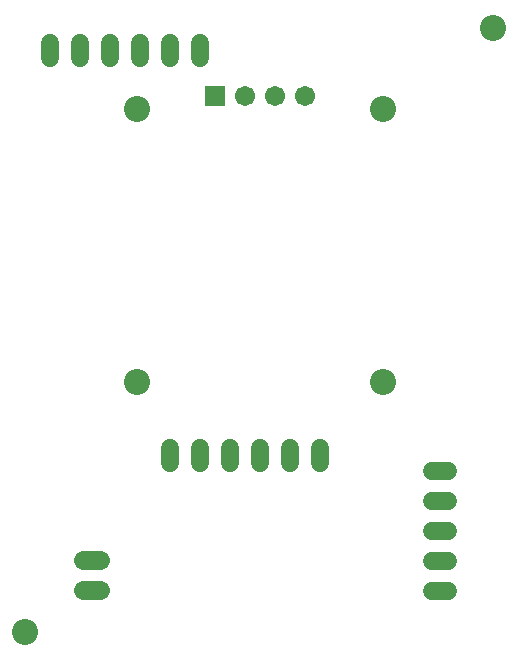
<source format=gbr>
G04 EAGLE Gerber RS-274X export*
G75*
%MOMM*%
%FSLAX34Y34*%
%LPD*%
%INSoldermask Top*%
%IPPOS*%
%AMOC8*
5,1,8,0,0,1.08239X$1,22.5*%
G01*
%ADD10C,2.203200*%
%ADD11C,1.524000*%
%ADD12R,1.711200X1.711200*%
%ADD13C,1.711200*%
%ADD14C,1.625600*%


D10*
X577850Y628650D03*
X182316Y117203D03*
D11*
X203200Y602996D02*
X203200Y616204D01*
X228600Y616204D02*
X228600Y602996D01*
X254000Y602996D02*
X254000Y616204D01*
X279400Y616204D02*
X279400Y602996D01*
X304800Y602996D02*
X304800Y616204D01*
X330200Y616204D02*
X330200Y602996D01*
D12*
X342900Y571500D03*
D13*
X368300Y571500D03*
X393700Y571500D03*
X419100Y571500D03*
D10*
X276860Y560070D03*
X485140Y560070D03*
X485140Y328930D03*
X276860Y328930D03*
D11*
X526796Y254000D02*
X540004Y254000D01*
X540004Y228600D02*
X526796Y228600D01*
X526796Y203200D02*
X540004Y203200D01*
X540004Y177800D02*
X526796Y177800D01*
X526796Y152400D02*
X540004Y152400D01*
D14*
X245494Y152830D02*
X231270Y152830D01*
X231270Y178230D02*
X245494Y178230D01*
D11*
X304800Y260096D02*
X304800Y273304D01*
X330200Y273304D02*
X330200Y260096D01*
X355600Y260096D02*
X355600Y273304D01*
X381000Y273304D02*
X381000Y260096D01*
X406400Y260096D02*
X406400Y273304D01*
X431800Y273304D02*
X431800Y260096D01*
M02*

</source>
